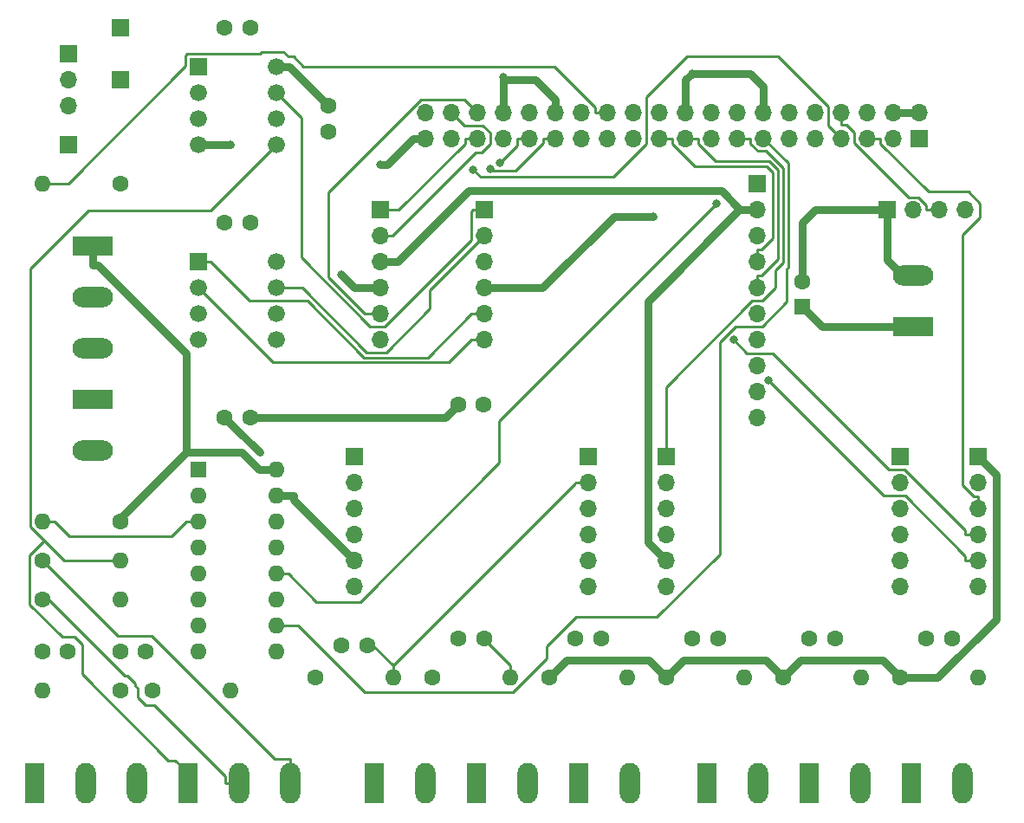
<source format=gbr>
G04 #@! TF.GenerationSoftware,KiCad,Pcbnew,(5.0.0-3-g5ebb6b6)*
G04 #@! TF.CreationDate,2018-09-26T10:49:06+01:00*
G04 #@! TF.ProjectId,rPIHeatingController,72504948656174696E67436F6E74726F,rev?*
G04 #@! TF.SameCoordinates,Original*
G04 #@! TF.FileFunction,Copper,L1,Top,Signal*
G04 #@! TF.FilePolarity,Positive*
%FSLAX46Y46*%
G04 Gerber Fmt 4.6, Leading zero omitted, Abs format (unit mm)*
G04 Created by KiCad (PCBNEW (5.0.0-3-g5ebb6b6)) date Wednesday, 26 September 2018 at 10:49:06*
%MOMM*%
%LPD*%
G01*
G04 APERTURE LIST*
G04 #@! TA.AperFunction,ComponentPad*
%ADD10R,1.700000X1.700000*%
G04 #@! TD*
G04 #@! TA.AperFunction,ComponentPad*
%ADD11R,1.600000X1.600000*%
G04 #@! TD*
G04 #@! TA.AperFunction,ComponentPad*
%ADD12C,1.600000*%
G04 #@! TD*
G04 #@! TA.AperFunction,ComponentPad*
%ADD13O,1.700000X1.700000*%
G04 #@! TD*
G04 #@! TA.AperFunction,ComponentPad*
%ADD14R,1.980000X3.960000*%
G04 #@! TD*
G04 #@! TA.AperFunction,ComponentPad*
%ADD15O,1.980000X3.960000*%
G04 #@! TD*
G04 #@! TA.AperFunction,ComponentPad*
%ADD16O,3.960000X1.980000*%
G04 #@! TD*
G04 #@! TA.AperFunction,ComponentPad*
%ADD17R,3.960000X1.980000*%
G04 #@! TD*
G04 #@! TA.AperFunction,ComponentPad*
%ADD18O,1.600000X1.600000*%
G04 #@! TD*
G04 #@! TA.AperFunction,ComponentPad*
%ADD19R,1.676400X1.676400*%
G04 #@! TD*
G04 #@! TA.AperFunction,ComponentPad*
%ADD20C,1.676400*%
G04 #@! TD*
G04 #@! TA.AperFunction,ViaPad*
%ADD21C,0.800000*%
G04 #@! TD*
G04 #@! TA.AperFunction,Conductor*
%ADD22C,0.750000*%
G04 #@! TD*
G04 #@! TA.AperFunction,Conductor*
%ADD23C,0.250000*%
G04 #@! TD*
G04 APERTURE END LIST*
D10*
G04 #@! TO.P,TP1,1*
G04 #@! TO.N,+3V3*
X104840000Y-60780000D03*
G04 #@! TD*
G04 #@! TO.P,TP3,1*
G04 #@! TO.N,+5V*
X104840000Y-55700000D03*
G04 #@! TD*
G04 #@! TO.P,TP2,1*
G04 #@! TO.N,GND*
X99760000Y-67130000D03*
G04 #@! TD*
D11*
G04 #@! TO.P,C13,1*
G04 #@! TO.N,+5V*
X171515000Y-82965000D03*
D12*
G04 #@! TO.P,C13,2*
G04 #@! TO.N,GND*
X171515000Y-80465000D03*
G04 #@! TD*
D10*
G04 #@! TO.P,J10,1*
G04 #@! TO.N,Net-(J10-Pad1)*
X182945000Y-66495000D03*
D13*
G04 #@! TO.P,J10,2*
G04 #@! TO.N,+5V*
X182945000Y-63955000D03*
G04 #@! TO.P,J10,3*
G04 #@! TO.N,RL1*
X180405000Y-66495000D03*
G04 #@! TO.P,J10,4*
G04 #@! TO.N,+5V*
X180405000Y-63955000D03*
G04 #@! TO.P,J10,5*
G04 #@! TO.N,RL2*
X177865000Y-66495000D03*
G04 #@! TO.P,J10,6*
G04 #@! TO.N,GND*
X177865000Y-63955000D03*
G04 #@! TO.P,J10,7*
G04 #@! TO.N,CFH1*
X175325000Y-66495000D03*
G04 #@! TO.P,J10,8*
G04 #@! TO.N,Net-(J10-Pad8)*
X175325000Y-63955000D03*
G04 #@! TO.P,J10,9*
G04 #@! TO.N,GND*
X172785000Y-66495000D03*
G04 #@! TO.P,J10,10*
G04 #@! TO.N,Net-(J10-Pad10)*
X172785000Y-63955000D03*
G04 #@! TO.P,J10,11*
G04 #@! TO.N,UD_3V*
X170245000Y-66495000D03*
G04 #@! TO.P,J10,12*
G04 #@! TO.N,ADC_CLK*
X170245000Y-63955000D03*
G04 #@! TO.P,J10,13*
G04 #@! TO.N,ADC_CS*
X167705000Y-66495000D03*
G04 #@! TO.P,J10,14*
G04 #@! TO.N,GND*
X167705000Y-63955000D03*
G04 #@! TO.P,J10,15*
G04 #@! TO.N,ZV1*
X165165000Y-66495000D03*
G04 #@! TO.P,J10,16*
G04 #@! TO.N,ZV2*
X165165000Y-63955000D03*
G04 #@! TO.P,J10,17*
G04 #@! TO.N,Net-(J10-Pad17)*
X162625000Y-66495000D03*
G04 #@! TO.P,J10,18*
G04 #@! TO.N,ZV3*
X162625000Y-63955000D03*
G04 #@! TO.P,J10,19*
G04 #@! TO.N,Net-(J10-Pad19)*
X160085000Y-66495000D03*
G04 #@! TO.P,J10,20*
G04 #@! TO.N,GND*
X160085000Y-63955000D03*
G04 #@! TO.P,J10,21*
G04 #@! TO.N,Net-(J10-Pad21)*
X157545000Y-66495000D03*
G04 #@! TO.P,J10,22*
G04 #@! TO.N,ADC_DOUT*
X157545000Y-63955000D03*
G04 #@! TO.P,J10,23*
G04 #@! TO.N,Net-(J10-Pad23)*
X155005000Y-66495000D03*
G04 #@! TO.P,J10,24*
G04 #@! TO.N,Net-(J10-Pad24)*
X155005000Y-63955000D03*
G04 #@! TO.P,J10,25*
G04 #@! TO.N,GND*
X152465000Y-66495000D03*
G04 #@! TO.P,J10,26*
G04 #@! TO.N,DS18B20*
X152465000Y-63955000D03*
G04 #@! TO.P,J10,27*
G04 #@! TO.N,Net-(J10-Pad27)*
X149925000Y-66495000D03*
G04 #@! TO.P,J10,28*
G04 #@! TO.N,Net-(J10-Pad28)*
X149925000Y-63955000D03*
G04 #@! TO.P,J10,29*
G04 #@! TO.N,CFH2*
X147385000Y-66495000D03*
G04 #@! TO.P,J10,30*
G04 #@! TO.N,GND*
X147385000Y-63955000D03*
G04 #@! TO.P,J10,31*
G04 #@! TO.N,CFH3*
X144845000Y-66495000D03*
G04 #@! TO.P,J10,32*
G04 #@! TO.N,RL3*
X144845000Y-63955000D03*
G04 #@! TO.P,J10,33*
G04 #@! TO.N,RL4*
X142305000Y-66495000D03*
G04 #@! TO.P,J10,34*
G04 #@! TO.N,GND*
X142305000Y-63955000D03*
G04 #@! TO.P,J10,35*
G04 #@! TO.N,CS1_3V*
X139765000Y-66495000D03*
G04 #@! TO.P,J10,36*
G04 #@! TO.N,INC_3V*
X139765000Y-63955000D03*
G04 #@! TO.P,J10,37*
G04 #@! TO.N,ADC_DIN*
X137225000Y-66495000D03*
G04 #@! TO.P,J10,38*
G04 #@! TO.N,CS2_3V*
X137225000Y-63955000D03*
G04 #@! TO.P,J10,39*
G04 #@! TO.N,GND*
X134685000Y-66495000D03*
G04 #@! TO.P,J10,40*
G04 #@! TO.N,Net-(J10-Pad40)*
X134685000Y-63955000D03*
G04 #@! TD*
D12*
G04 #@! TO.P,C1,2*
G04 #@! TO.N,GND*
X99720000Y-116660000D03*
G04 #@! TO.P,C1,1*
G04 #@! TO.N,ADC1*
X97220000Y-116660000D03*
G04 #@! TD*
G04 #@! TO.P,C2,1*
G04 #@! TO.N,ADC2*
X104840000Y-116660000D03*
G04 #@! TO.P,C2,2*
G04 #@! TO.N,GND*
X107340000Y-116660000D03*
G04 #@! TD*
G04 #@! TO.P,C3,2*
G04 #@! TO.N,GND*
X126470000Y-116025000D03*
G04 #@! TO.P,C3,1*
G04 #@! TO.N,Net-(C3-Pad1)*
X128970000Y-116025000D03*
G04 #@! TD*
G04 #@! TO.P,C4,1*
G04 #@! TO.N,Net-(C4-Pad1)*
X140400000Y-115390000D03*
G04 #@! TO.P,C4,2*
G04 #@! TO.N,GND*
X137900000Y-115390000D03*
G04 #@! TD*
G04 #@! TO.P,C5,2*
G04 #@! TO.N,GND*
X149330000Y-115390000D03*
G04 #@! TO.P,C5,1*
G04 #@! TO.N,Net-(C5-Pad1)*
X151830000Y-115390000D03*
G04 #@! TD*
G04 #@! TO.P,C6,1*
G04 #@! TO.N,Net-(C6-Pad1)*
X163260000Y-115390000D03*
G04 #@! TO.P,C6,2*
G04 #@! TO.N,GND*
X160760000Y-115390000D03*
G04 #@! TD*
G04 #@! TO.P,C7,1*
G04 #@! TO.N,Net-(C7-Pad1)*
X174690000Y-115390000D03*
G04 #@! TO.P,C7,2*
G04 #@! TO.N,GND*
X172190000Y-115390000D03*
G04 #@! TD*
G04 #@! TO.P,C8,2*
G04 #@! TO.N,GND*
X183620000Y-115390000D03*
G04 #@! TO.P,C8,1*
G04 #@! TO.N,Net-(C8-Pad1)*
X186120000Y-115390000D03*
G04 #@! TD*
G04 #@! TO.P,C9,1*
G04 #@! TO.N,+5V*
X117540000Y-93800000D03*
G04 #@! TO.P,C9,2*
G04 #@! TO.N,GND*
X115040000Y-93800000D03*
G04 #@! TD*
G04 #@! TO.P,C10,2*
G04 #@! TO.N,GND*
X115040000Y-74750000D03*
G04 #@! TO.P,C10,1*
G04 #@! TO.N,+5V*
X117540000Y-74750000D03*
G04 #@! TD*
G04 #@! TO.P,C11,1*
G04 #@! TO.N,+5V*
X125160000Y-63320000D03*
G04 #@! TO.P,C11,2*
G04 #@! TO.N,GND*
X125160000Y-65820000D03*
G04 #@! TD*
G04 #@! TO.P,C12,2*
G04 #@! TO.N,GND*
X140360000Y-92530000D03*
G04 #@! TO.P,C12,1*
G04 #@! TO.N,+5V*
X137860000Y-92530000D03*
G04 #@! TD*
G04 #@! TO.P,C14,2*
G04 #@! TO.N,GND*
X115040000Y-55700000D03*
G04 #@! TO.P,C14,1*
G04 #@! TO.N,+5V*
X117540000Y-55700000D03*
G04 #@! TD*
D14*
G04 #@! TO.P,J1,1*
G04 #@! TO.N,ADC1*
X96465000Y-129520000D03*
D15*
G04 #@! TO.P,J1,2*
G04 #@! TO.N,ADC2*
X101465000Y-129520000D03*
G04 #@! TO.P,J1,3*
G04 #@! TO.N,GND*
X106465000Y-129520000D03*
G04 #@! TD*
G04 #@! TO.P,J2,3*
G04 #@! TO.N,Net-(J2-Pad3)*
X121465000Y-129520000D03*
G04 #@! TO.P,J2,2*
G04 #@! TO.N,Net-(J2-Pad2)*
X116465000Y-129520000D03*
D14*
G04 #@! TO.P,J2,1*
G04 #@! TO.N,Net-(J2-Pad1)*
X111465000Y-129520000D03*
G04 #@! TD*
D15*
G04 #@! TO.P,J3,2*
G04 #@! TO.N,Net-(C3-Pad1)*
X134640000Y-129520000D03*
D14*
G04 #@! TO.P,J3,1*
G04 #@! TO.N,GND*
X129640000Y-129520000D03*
G04 #@! TD*
G04 #@! TO.P,J4,1*
G04 #@! TO.N,GND*
X139640000Y-129520000D03*
D15*
G04 #@! TO.P,J4,2*
G04 #@! TO.N,Net-(C4-Pad1)*
X144640000Y-129520000D03*
G04 #@! TD*
G04 #@! TO.P,J5,2*
G04 #@! TO.N,Net-(C5-Pad1)*
X154640000Y-129520000D03*
D14*
G04 #@! TO.P,J5,1*
G04 #@! TO.N,GND*
X149640000Y-129520000D03*
G04 #@! TD*
D10*
G04 #@! TO.P,J6,1*
G04 #@! TO.N,CS1_5V*
X140400000Y-73480000D03*
D13*
G04 #@! TO.P,J6,2*
G04 #@! TO.N,CS2_5V*
X140400000Y-76020000D03*
G04 #@! TO.P,J6,3*
G04 #@! TO.N,+5V*
X140400000Y-78560000D03*
G04 #@! TO.P,J6,4*
G04 #@! TO.N,GND*
X140400000Y-81100000D03*
G04 #@! TO.P,J6,5*
G04 #@! TO.N,INC_5V*
X140400000Y-83640000D03*
G04 #@! TO.P,J6,6*
G04 #@! TO.N,UD_5V*
X140400000Y-86180000D03*
G04 #@! TD*
D10*
G04 #@! TO.P,J7,1*
G04 #@! TO.N,Net-(J7-Pad1)*
X150560000Y-97610000D03*
D13*
G04 #@! TO.P,J7,2*
G04 #@! TO.N,Net-(C3-Pad1)*
X150560000Y-100150000D03*
G04 #@! TO.P,J7,3*
G04 #@! TO.N,Net-(C4-Pad1)*
X150560000Y-102690000D03*
G04 #@! TO.P,J7,4*
G04 #@! TO.N,Net-(C5-Pad1)*
X150560000Y-105230000D03*
G04 #@! TO.P,J7,5*
G04 #@! TO.N,Net-(J7-Pad5)*
X150560000Y-107770000D03*
G04 #@! TO.P,J7,6*
G04 #@! TO.N,GND*
X150560000Y-110310000D03*
G04 #@! TD*
G04 #@! TO.P,J8,6*
G04 #@! TO.N,UD_3V*
X130240000Y-86180000D03*
G04 #@! TO.P,J8,5*
G04 #@! TO.N,INC_3V*
X130240000Y-83640000D03*
G04 #@! TO.P,J8,4*
G04 #@! TO.N,GND*
X130240000Y-81100000D03*
G04 #@! TO.P,J8,3*
G04 #@! TO.N,+3V3*
X130240000Y-78560000D03*
G04 #@! TO.P,J8,2*
G04 #@! TO.N,CS2_3V*
X130240000Y-76020000D03*
D10*
G04 #@! TO.P,J8,1*
G04 #@! TO.N,CS1_3V*
X130240000Y-73480000D03*
G04 #@! TD*
D13*
G04 #@! TO.P,J9,6*
G04 #@! TO.N,GND*
X127700000Y-110310000D03*
G04 #@! TO.P,J9,5*
G04 #@! TO.N,+3V3*
X127700000Y-107770000D03*
G04 #@! TO.P,J9,4*
G04 #@! TO.N,Net-(J9-Pad4)*
X127700000Y-105230000D03*
G04 #@! TO.P,J9,3*
G04 #@! TO.N,CFH3*
X127700000Y-102690000D03*
G04 #@! TO.P,J9,2*
G04 #@! TO.N,CFH2*
X127700000Y-100150000D03*
D10*
G04 #@! TO.P,J9,1*
G04 #@! TO.N,CFH1*
X127700000Y-97610000D03*
G04 #@! TD*
D14*
G04 #@! TO.P,J11,1*
G04 #@! TO.N,GND*
X162180000Y-129520000D03*
D15*
G04 #@! TO.P,J11,2*
G04 #@! TO.N,Net-(C6-Pad1)*
X167180000Y-129520000D03*
G04 #@! TD*
G04 #@! TO.P,J12,2*
G04 #@! TO.N,Net-(C7-Pad1)*
X177180000Y-129520000D03*
D14*
G04 #@! TO.P,J12,1*
G04 #@! TO.N,GND*
X172180000Y-129520000D03*
G04 #@! TD*
G04 #@! TO.P,J13,1*
G04 #@! TO.N,GND*
X182180000Y-129520000D03*
D15*
G04 #@! TO.P,J13,2*
G04 #@! TO.N,Net-(C8-Pad1)*
X187180000Y-129520000D03*
G04 #@! TD*
D13*
G04 #@! TO.P,J14,6*
G04 #@! TO.N,GND*
X181040000Y-110310000D03*
G04 #@! TO.P,J14,5*
G04 #@! TO.N,Net-(J14-Pad5)*
X181040000Y-107770000D03*
G04 #@! TO.P,J14,4*
G04 #@! TO.N,Net-(C8-Pad1)*
X181040000Y-105230000D03*
G04 #@! TO.P,J14,3*
G04 #@! TO.N,Net-(C7-Pad1)*
X181040000Y-102690000D03*
G04 #@! TO.P,J14,2*
G04 #@! TO.N,Net-(C6-Pad1)*
X181040000Y-100150000D03*
D10*
G04 #@! TO.P,J14,1*
G04 #@! TO.N,Net-(J14-Pad1)*
X181040000Y-97610000D03*
G04 #@! TD*
D16*
G04 #@! TO.P,J15,3*
G04 #@! TO.N,GND*
X102140000Y-87020000D03*
G04 #@! TO.P,J15,2*
G04 #@! TO.N,DS18B20*
X102140000Y-82020000D03*
D17*
G04 #@! TO.P,J15,1*
G04 #@! TO.N,+3V3*
X102140000Y-77020000D03*
G04 #@! TD*
D10*
G04 #@! TO.P,J16,1*
G04 #@! TO.N,ZV1*
X158180000Y-97610000D03*
D13*
G04 #@! TO.P,J16,2*
G04 #@! TO.N,ZV2*
X158180000Y-100150000D03*
G04 #@! TO.P,J16,3*
G04 #@! TO.N,ZV3*
X158180000Y-102690000D03*
G04 #@! TO.P,J16,4*
G04 #@! TO.N,Net-(J16-Pad4)*
X158180000Y-105230000D03*
G04 #@! TO.P,J16,5*
G04 #@! TO.N,+3V3*
X158180000Y-107770000D03*
G04 #@! TO.P,J16,6*
G04 #@! TO.N,GND*
X158180000Y-110310000D03*
G04 #@! TD*
D17*
G04 #@! TO.P,J17,1*
G04 #@! TO.N,+5V*
X182310000Y-84910000D03*
D16*
G04 #@! TO.P,J17,2*
G04 #@! TO.N,GND*
X182310000Y-79910000D03*
G04 #@! TD*
D13*
G04 #@! TO.P,J18,6*
G04 #@! TO.N,GND*
X188660000Y-110310000D03*
G04 #@! TO.P,J18,5*
G04 #@! TO.N,RL4*
X188660000Y-107770000D03*
G04 #@! TO.P,J18,4*
G04 #@! TO.N,RL3*
X188660000Y-105230000D03*
G04 #@! TO.P,J18,3*
G04 #@! TO.N,RL2*
X188660000Y-102690000D03*
G04 #@! TO.P,J18,2*
G04 #@! TO.N,RL1*
X188660000Y-100150000D03*
D10*
G04 #@! TO.P,J18,1*
G04 #@! TO.N,+5V*
X188660000Y-97610000D03*
G04 #@! TD*
D16*
G04 #@! TO.P,J19,2*
G04 #@! TO.N,ADC3*
X102140000Y-97020000D03*
D17*
G04 #@! TO.P,J19,1*
G04 #@! TO.N,GND*
X102140000Y-92020000D03*
G04 #@! TD*
D18*
G04 #@! TO.P,R1,2*
G04 #@! TO.N,Net-(C3-Pad1)*
X131510000Y-119200000D03*
D12*
G04 #@! TO.P,R1,1*
G04 #@! TO.N,+5V*
X123890000Y-119200000D03*
G04 #@! TD*
D18*
G04 #@! TO.P,R2,2*
G04 #@! TO.N,Net-(C4-Pad1)*
X142940000Y-119200000D03*
D12*
G04 #@! TO.P,R2,1*
G04 #@! TO.N,+5V*
X135320000Y-119200000D03*
G04 #@! TD*
D18*
G04 #@! TO.P,R3,2*
G04 #@! TO.N,Net-(C5-Pad1)*
X154370000Y-119200000D03*
D12*
G04 #@! TO.P,R3,1*
G04 #@! TO.N,+5V*
X146750000Y-119200000D03*
G04 #@! TD*
G04 #@! TO.P,R4,1*
G04 #@! TO.N,+5V*
X158180000Y-119200000D03*
D18*
G04 #@! TO.P,R4,2*
G04 #@! TO.N,Net-(C6-Pad1)*
X165800000Y-119200000D03*
G04 #@! TD*
G04 #@! TO.P,R5,2*
G04 #@! TO.N,Net-(C7-Pad1)*
X177230000Y-119200000D03*
D12*
G04 #@! TO.P,R5,1*
G04 #@! TO.N,+5V*
X169610000Y-119200000D03*
G04 #@! TD*
G04 #@! TO.P,R6,1*
G04 #@! TO.N,+5V*
X181040000Y-119200000D03*
D18*
G04 #@! TO.P,R6,2*
G04 #@! TO.N,Net-(C8-Pad1)*
X188660000Y-119200000D03*
G04 #@! TD*
D12*
G04 #@! TO.P,R7,1*
G04 #@! TO.N,+3V3*
X104840000Y-70940000D03*
D18*
G04 #@! TO.P,R7,2*
G04 #@! TO.N,DS18B20*
X97220000Y-70940000D03*
G04 #@! TD*
D12*
G04 #@! TO.P,R8,1*
G04 #@! TO.N,+3V3*
X104840000Y-103960000D03*
D18*
G04 #@! TO.P,R8,2*
G04 #@! TO.N,ADC3*
X97220000Y-103960000D03*
G04 #@! TD*
D19*
G04 #@! TO.P,U1,1*
G04 #@! TO.N,INC_5V*
X112460000Y-59510000D03*
D20*
G04 #@! TO.P,U1,2*
G04 #@! TO.N,UD_5V*
X112460000Y-62050000D03*
G04 #@! TO.P,U1,3*
G04 #@! TO.N,Net-(U1-Pad3)*
X112460000Y-64590000D03*
G04 #@! TO.P,U1,4*
G04 #@! TO.N,GND*
X112460000Y-67130000D03*
G04 #@! TO.P,U1,5*
G04 #@! TO.N,Net-(J2-Pad1)*
X120080000Y-67130000D03*
G04 #@! TO.P,U1,6*
G04 #@! TO.N,Net-(J2-Pad3)*
X120080000Y-64590000D03*
G04 #@! TO.P,U1,7*
G04 #@! TO.N,CS1_5V*
X120080000Y-62050000D03*
G04 #@! TO.P,U1,8*
G04 #@! TO.N,+5V*
X120080000Y-59510000D03*
G04 #@! TD*
G04 #@! TO.P,U2,8*
G04 #@! TO.N,+5V*
X120080000Y-78560000D03*
G04 #@! TO.P,U2,7*
G04 #@! TO.N,CS2_5V*
X120080000Y-81100000D03*
G04 #@! TO.P,U2,6*
G04 #@! TO.N,Net-(J2-Pad3)*
X120080000Y-83640000D03*
G04 #@! TO.P,U2,5*
G04 #@! TO.N,Net-(R10-Pad2)*
X120080000Y-86180000D03*
G04 #@! TO.P,U2,4*
G04 #@! TO.N,GND*
X112460000Y-86180000D03*
G04 #@! TO.P,U2,3*
G04 #@! TO.N,Net-(U2-Pad3)*
X112460000Y-83640000D03*
G04 #@! TO.P,U2,2*
G04 #@! TO.N,UD_5V*
X112460000Y-81100000D03*
D19*
G04 #@! TO.P,U2,1*
G04 #@! TO.N,INC_5V*
X112460000Y-78560000D03*
G04 #@! TD*
D18*
G04 #@! TO.P,U3,16*
G04 #@! TO.N,+3V3*
X120080000Y-98880000D03*
G04 #@! TO.P,U3,8*
G04 #@! TO.N,Net-(U3-Pad8)*
X112460000Y-116660000D03*
G04 #@! TO.P,U3,15*
G04 #@! TO.N,+3V3*
X120080000Y-101420000D03*
G04 #@! TO.P,U3,7*
G04 #@! TO.N,Net-(U3-Pad7)*
X112460000Y-114120000D03*
G04 #@! TO.P,U3,14*
G04 #@! TO.N,GND*
X120080000Y-103960000D03*
G04 #@! TO.P,U3,6*
G04 #@! TO.N,Net-(U3-Pad6)*
X112460000Y-111580000D03*
G04 #@! TO.P,U3,13*
G04 #@! TO.N,ADC_CLK*
X120080000Y-106500000D03*
G04 #@! TO.P,U3,5*
G04 #@! TO.N,Net-(U3-Pad5)*
X112460000Y-109040000D03*
G04 #@! TO.P,U3,12*
G04 #@! TO.N,ADC_DOUT*
X120080000Y-109040000D03*
G04 #@! TO.P,U3,4*
G04 #@! TO.N,Net-(U3-Pad4)*
X112460000Y-106500000D03*
G04 #@! TO.P,U3,11*
G04 #@! TO.N,ADC_DIN*
X120080000Y-111580000D03*
G04 #@! TO.P,U3,3*
G04 #@! TO.N,ADC3*
X112460000Y-103960000D03*
G04 #@! TO.P,U3,10*
G04 #@! TO.N,ADC_CS*
X120080000Y-114120000D03*
G04 #@! TO.P,U3,2*
G04 #@! TO.N,ADC2*
X112460000Y-101420000D03*
G04 #@! TO.P,U3,9*
G04 #@! TO.N,GND*
X120080000Y-116660000D03*
D11*
G04 #@! TO.P,U3,1*
G04 #@! TO.N,ADC1*
X112460000Y-98880000D03*
G04 #@! TD*
D13*
G04 #@! TO.P,J21,4*
G04 #@! TO.N,+5V*
X187390000Y-73480000D03*
G04 #@! TO.P,J21,3*
G04 #@! TO.N,Net-(J10-Pad8)*
X184850000Y-73480000D03*
G04 #@! TO.P,J21,2*
G04 #@! TO.N,Net-(J10-Pad10)*
X182310000Y-73480000D03*
D10*
G04 #@! TO.P,J21,1*
G04 #@! TO.N,GND*
X179770000Y-73480000D03*
G04 #@! TD*
D13*
G04 #@! TO.P,J20,10*
G04 #@! TO.N,GND*
X167070000Y-93800000D03*
G04 #@! TO.P,J20,9*
G04 #@! TO.N,Net-(J10-Pad40)*
X167070000Y-91260000D03*
G04 #@! TO.P,J20,8*
G04 #@! TO.N,Net-(J10-Pad28)*
X167070000Y-88720000D03*
G04 #@! TO.P,J20,7*
G04 #@! TO.N,Net-(J10-Pad27)*
X167070000Y-86180000D03*
G04 #@! TO.P,J20,6*
G04 #@! TO.N,Net-(J10-Pad23)*
X167070000Y-83640000D03*
G04 #@! TO.P,J20,5*
G04 #@! TO.N,Net-(J10-Pad19)*
X167070000Y-81100000D03*
G04 #@! TO.P,J20,4*
G04 #@! TO.N,Net-(J10-Pad21)*
X167070000Y-78560000D03*
G04 #@! TO.P,J20,3*
G04 #@! TO.N,Net-(J10-Pad24)*
X167070000Y-76020000D03*
G04 #@! TO.P,J20,2*
G04 #@! TO.N,+3V3*
X167070000Y-73480000D03*
D10*
G04 #@! TO.P,J20,1*
G04 #@! TO.N,+5V*
X167070000Y-70940000D03*
G04 #@! TD*
D13*
G04 #@! TO.P,J22,3*
G04 #@! TO.N,GND*
X99760000Y-63320000D03*
G04 #@! TO.P,J22,2*
G04 #@! TO.N,+3V3*
X99760000Y-60780000D03*
D10*
G04 #@! TO.P,J22,1*
G04 #@! TO.N,+5V*
X99760000Y-58240000D03*
G04 #@! TD*
D18*
G04 #@! TO.P,R9,2*
G04 #@! TO.N,Net-(J2-Pad1)*
X104840000Y-107770000D03*
D12*
G04 #@! TO.P,R9,1*
G04 #@! TO.N,Net-(J2-Pad3)*
X97220000Y-107770000D03*
G04 #@! TD*
G04 #@! TO.P,R10,1*
G04 #@! TO.N,Net-(J2-Pad2)*
X97220000Y-111580000D03*
D18*
G04 #@! TO.P,R10,2*
G04 #@! TO.N,Net-(R10-Pad2)*
X104840000Y-111580000D03*
G04 #@! TD*
D12*
G04 #@! TO.P,R11,1*
G04 #@! TO.N,+3V3*
X104840000Y-120470000D03*
D18*
G04 #@! TO.P,R11,2*
G04 #@! TO.N,ADC1*
X97220000Y-120470000D03*
G04 #@! TD*
G04 #@! TO.P,R12,2*
G04 #@! TO.N,ADC2*
X115635000Y-120470000D03*
D12*
G04 #@! TO.P,R12,1*
G04 #@! TO.N,+3V3*
X108015000Y-120470000D03*
G04 #@! TD*
D21*
G04 #@! TO.N,GND*
X130240000Y-69035000D03*
X156910000Y-74115000D03*
X160720014Y-60145000D03*
X115635000Y-67130000D03*
X126430000Y-79830000D03*
X142305000Y-60535010D03*
X118493912Y-97166088D03*
G04 #@! TO.N,CFH3*
X141921200Y-68905400D03*
G04 #@! TO.N,CFH2*
X140976200Y-69496400D03*
G04 #@! TO.N,CFH1*
X139361100Y-69567300D03*
G04 #@! TO.N,RL4*
X168182100Y-90176700D03*
G04 #@! TO.N,RL3*
X164803400Y-86191100D03*
G04 #@! TO.N,ADC_DOUT*
X163096200Y-72919700D03*
G04 #@! TD*
D22*
G04 #@! TO.N,GND*
X145412081Y-60780000D02*
X142305000Y-60780000D01*
X147385000Y-63955000D02*
X147385000Y-62752919D01*
X147385000Y-62752919D02*
X145412081Y-60780000D01*
X142305000Y-63955000D02*
X142305000Y-60780000D01*
X133482919Y-66495000D02*
X130942919Y-69035000D01*
X134685000Y-66495000D02*
X133482919Y-66495000D01*
X130942919Y-69035000D02*
X130240000Y-69035000D01*
X156910000Y-74115000D02*
X153100000Y-74115000D01*
X146115000Y-81100000D02*
X140400000Y-81100000D01*
X153100000Y-74115000D02*
X146115000Y-81100000D01*
X171515000Y-80465000D02*
X171515000Y-74750000D01*
X172785000Y-73480000D02*
X179770000Y-73480000D01*
X171515000Y-74750000D02*
X172785000Y-73480000D01*
X181320000Y-79910000D02*
X182310000Y-79910000D01*
X179770000Y-78360000D02*
X181320000Y-79910000D01*
X179770000Y-73480000D02*
X179770000Y-78360000D01*
X160085000Y-60780014D02*
X160720014Y-60145000D01*
X160085000Y-63955000D02*
X160085000Y-60780014D01*
X166435000Y-60145000D02*
X160720014Y-60145000D01*
X167705000Y-61415000D02*
X166435000Y-60145000D01*
X167705000Y-63955000D02*
X167705000Y-61415000D01*
X112460000Y-67130000D02*
X115635000Y-67130000D01*
X127700000Y-81100000D02*
X126430000Y-79830000D01*
X130240000Y-81100000D02*
X127700000Y-81100000D01*
X142305000Y-60780000D02*
X142305000Y-60535010D01*
X115892479Y-94599999D02*
X118458568Y-97166088D01*
X115839999Y-94599999D02*
X115892479Y-94599999D01*
X115040000Y-93800000D02*
X115839999Y-94599999D01*
X118458568Y-97166088D02*
X118493912Y-97166088D01*
D23*
G04 #@! TO.N,Net-(C3-Pad1)*
X150560000Y-100150000D02*
X149334700Y-100150000D01*
X149334700Y-100150000D02*
X149334700Y-100200000D01*
X149334700Y-100200000D02*
X131510000Y-118024700D01*
X131510000Y-118024700D02*
X129510300Y-116025000D01*
X129510300Y-116025000D02*
X128970000Y-116025000D01*
X131510000Y-119200000D02*
X131510000Y-118024700D01*
G04 #@! TO.N,Net-(C4-Pad1)*
X142940000Y-119200000D02*
X142940000Y-118024700D01*
X142940000Y-118024700D02*
X140400000Y-115484700D01*
X140400000Y-115484700D02*
X140400000Y-115390000D01*
D22*
G04 #@! TO.N,+5V*
X169610000Y-119200000D02*
X171285400Y-117524600D01*
X171285400Y-117524600D02*
X179364600Y-117524600D01*
X179364600Y-117524600D02*
X181040000Y-119200000D01*
X158180000Y-119200000D02*
X159856000Y-117524000D01*
X159856000Y-117524000D02*
X167934000Y-117524000D01*
X167934000Y-117524000D02*
X169610000Y-119200000D01*
X146750000Y-119200000D02*
X148430200Y-117519800D01*
X148430200Y-117519800D02*
X156499800Y-117519800D01*
X156499800Y-117519800D02*
X158180000Y-119200000D01*
X120080000Y-59510000D02*
X121350000Y-59510000D01*
X121350000Y-59510000D02*
X125160000Y-63320000D01*
X182310000Y-84910000D02*
X173460000Y-84910000D01*
X173460000Y-84910000D02*
X171515000Y-82965000D01*
X117540000Y-93800000D02*
X136590000Y-93800000D01*
X136590000Y-93800000D02*
X137860000Y-92530000D01*
X180405000Y-63955000D02*
X182945000Y-63955000D01*
X181040000Y-119200000D02*
X184700000Y-119200000D01*
X184700000Y-119200000D02*
X190420300Y-113479700D01*
X190420300Y-113479700D02*
X190420300Y-99370300D01*
X190420300Y-99370300D02*
X188660000Y-97610000D01*
D23*
G04 #@! TO.N,Net-(J2-Pad3)*
X121465000Y-129520000D02*
X121465000Y-127164700D01*
X97220000Y-107770000D02*
X104605000Y-115155000D01*
X104605000Y-115155000D02*
X107913300Y-115155000D01*
X107913300Y-115155000D02*
X119923000Y-127164700D01*
X119923000Y-127164700D02*
X121465000Y-127164700D01*
G04 #@! TO.N,Net-(J2-Pad2)*
X115099700Y-129520000D02*
X116465000Y-129520000D01*
X115099700Y-128824700D02*
X115099700Y-129520000D01*
X106589999Y-121154001D02*
X107330999Y-121895001D01*
X106589999Y-120314999D02*
X106589999Y-121154001D01*
X107330999Y-121895001D02*
X108170001Y-121895001D01*
X106265001Y-119990001D02*
X106589999Y-120314999D01*
X106265001Y-119785999D02*
X106265001Y-119990001D01*
X105319999Y-119044999D02*
X105524001Y-119044999D01*
X97220000Y-111580000D02*
X97855000Y-111580000D01*
X108170001Y-121895001D02*
X115099700Y-128824700D01*
X97855000Y-111580000D02*
X105319999Y-119044999D01*
X105524001Y-119044999D02*
X106265001Y-119785999D01*
G04 #@! TO.N,Net-(J2-Pad1)*
X97395600Y-105848400D02*
X99317100Y-107770000D01*
X99317100Y-107770000D02*
X104840000Y-107770000D01*
X120080000Y-67130000D02*
X113669200Y-73540800D01*
X113669200Y-73540800D02*
X101743100Y-73540800D01*
X101743100Y-73540800D02*
X96032700Y-79251200D01*
X96032700Y-79251200D02*
X96032700Y-104485600D01*
X96032700Y-104485600D02*
X97395600Y-105848400D01*
X101145001Y-118884003D02*
X109550998Y-127290000D01*
X111465000Y-128530000D02*
X111465000Y-129520000D01*
X100404001Y-115234999D02*
X101145001Y-115975999D01*
X96009900Y-107234100D02*
X96009900Y-112063900D01*
X109550998Y-127290000D02*
X110225000Y-127290000D01*
X96009900Y-112063900D02*
X99180999Y-115234999D01*
X97395600Y-105848400D02*
X96009900Y-107234100D01*
X99180999Y-115234999D02*
X100404001Y-115234999D01*
X110225000Y-127290000D02*
X111465000Y-128530000D01*
X101145001Y-115975999D02*
X101145001Y-118884003D01*
G04 #@! TO.N,CS1_5V*
X129285874Y-84910000D02*
X130704100Y-84910000D01*
X130704100Y-84910000D02*
X139174700Y-76439400D01*
X120080000Y-62050000D02*
X122514500Y-64484500D01*
X139174700Y-76439400D02*
X139174700Y-73605300D01*
X122514500Y-78138626D02*
X129285874Y-84910000D01*
X122514500Y-64484500D02*
X122514500Y-78138626D01*
X139174700Y-73605300D02*
X139300000Y-73480000D01*
X139300000Y-73480000D02*
X140400000Y-73480000D01*
G04 #@! TO.N,CS2_5V*
X120080000Y-81100000D02*
X122618700Y-81100000D01*
X122618700Y-81100000D02*
X128928300Y-87409600D01*
X128928300Y-87409600D02*
X130810500Y-87409600D01*
X130810500Y-87409600D02*
X135062300Y-83157800D01*
X135062300Y-83157800D02*
X135062300Y-81357700D01*
X135062300Y-81357700D02*
X140400000Y-76020000D01*
D22*
G04 #@! TO.N,+3V3*
X165344700Y-73480000D02*
X165344700Y-73364700D01*
X165344700Y-73364700D02*
X163612700Y-71632700D01*
X163612700Y-71632700D02*
X138892600Y-71632700D01*
X138892600Y-71632700D02*
X131965300Y-78560000D01*
X165344700Y-73480000D02*
X156404100Y-82420600D01*
X156404100Y-82420600D02*
X156404100Y-105994100D01*
X156404100Y-105994100D02*
X158180000Y-107770000D01*
X111270800Y-97178200D02*
X116702900Y-97178200D01*
X116702900Y-97178200D02*
X118404700Y-98880000D01*
X104840000Y-103960000D02*
X104840000Y-103609000D01*
X104840000Y-103609000D02*
X111270800Y-97178200D01*
X111270800Y-97178200D02*
X111270800Y-87506100D01*
X111270800Y-87506100D02*
X102650000Y-78885300D01*
X102650000Y-78885300D02*
X102140000Y-78885300D01*
X102140000Y-77020000D02*
X102140000Y-78885300D01*
X120080000Y-98880000D02*
X118404700Y-98880000D01*
X120080000Y-101420000D02*
X121755300Y-101420000D01*
X121755300Y-101420000D02*
X121755300Y-101825300D01*
X121755300Y-101825300D02*
X127700000Y-107770000D01*
X167070000Y-73480000D02*
X165344700Y-73480000D01*
X130240000Y-78560000D02*
X131965300Y-78560000D01*
D23*
G04 #@! TO.N,INC_5V*
X113673500Y-78560000D02*
X117483500Y-82370000D01*
X117483500Y-82370000D02*
X123138300Y-82370000D01*
X123138300Y-82370000D02*
X128678200Y-87909900D01*
X128678200Y-87909900D02*
X134904800Y-87909900D01*
X134904800Y-87909900D02*
X139174700Y-83640000D01*
X140400000Y-83640000D02*
X139174700Y-83640000D01*
X112460000Y-78560000D02*
X113673500Y-78560000D01*
G04 #@! TO.N,UD_5V*
X112460000Y-81100000D02*
X119770200Y-88410200D01*
X119770200Y-88410200D02*
X136944500Y-88410200D01*
X136944500Y-88410200D02*
X139174700Y-86180000D01*
X140400000Y-86180000D02*
X139174700Y-86180000D01*
G04 #@! TO.N,INC_3V*
X134202900Y-62701000D02*
X138511000Y-62701000D01*
X125160000Y-71743900D02*
X134202900Y-62701000D01*
X125160000Y-80077004D02*
X125160000Y-71743900D01*
X138511000Y-62701000D02*
X138915001Y-63105001D01*
X128722996Y-83640000D02*
X125160000Y-80077004D01*
X138915001Y-63105001D02*
X139765000Y-63955000D01*
X130240000Y-83640000D02*
X128722996Y-83640000D01*
G04 #@! TO.N,CS2_3V*
X130240000Y-76020000D02*
X131465300Y-76020000D01*
X131465300Y-76020000D02*
X139592400Y-67892900D01*
X139592400Y-67892900D02*
X140171100Y-67892900D01*
X140171100Y-67892900D02*
X140990400Y-67073600D01*
X140990400Y-67073600D02*
X140990400Y-65978500D01*
X140990400Y-65978500D02*
X140236900Y-65225000D01*
X140236900Y-65225000D02*
X138495000Y-65225000D01*
X138495000Y-65225000D02*
X137225000Y-63955000D01*
G04 #@! TO.N,CS1_3V*
X138539700Y-66495000D02*
X138539700Y-67002800D01*
X138539700Y-67002800D02*
X132062500Y-73480000D01*
X132062500Y-73480000D02*
X130240000Y-73480000D01*
X139765000Y-66495000D02*
X138539700Y-66495000D01*
G04 #@! TO.N,CFH3*
X143619700Y-66495000D02*
X143619700Y-67206900D01*
X143619700Y-67206900D02*
X141921200Y-68905400D01*
X144845000Y-66495000D02*
X143619700Y-66495000D01*
G04 #@! TO.N,CFH2*
X140976200Y-69496400D02*
X141167800Y-69688000D01*
X141167800Y-69688000D02*
X143450800Y-69688000D01*
X143450800Y-69688000D02*
X146159700Y-66979100D01*
X146159700Y-66979100D02*
X146159700Y-66495000D01*
X147385000Y-66495000D02*
X146159700Y-66495000D01*
G04 #@! TO.N,CFH1*
X161212013Y-58484999D02*
X169130899Y-58484999D01*
X174475001Y-65645001D02*
X175325000Y-66495000D01*
X174055000Y-63409100D02*
X174055000Y-65225000D01*
X160227998Y-58484988D02*
X161212002Y-58484988D01*
X153006000Y-70271800D02*
X156275000Y-67002800D01*
X161212002Y-58484988D02*
X161212013Y-58484999D01*
X139361100Y-69567300D02*
X140065600Y-70271800D01*
X156275000Y-62437986D02*
X160227998Y-58484988D01*
X169130899Y-58484999D02*
X174055000Y-63409100D01*
X174055000Y-65225000D02*
X174475001Y-65645001D01*
X156275000Y-67002800D02*
X156275000Y-62437986D01*
X140065600Y-70271800D02*
X153006000Y-70271800D01*
G04 #@! TO.N,RL4*
X188660000Y-107770000D02*
X187434700Y-107770000D01*
X187434700Y-107770000D02*
X187434700Y-107310500D01*
X187434700Y-107310500D02*
X181544200Y-101420000D01*
X181544200Y-101420000D02*
X179425400Y-101420000D01*
X179425400Y-101420000D02*
X168182100Y-90176700D01*
G04 #@! TO.N,RL3*
X188660000Y-105230000D02*
X187434700Y-105230000D01*
X187434700Y-105230000D02*
X187434700Y-104770500D01*
X187434700Y-104770500D02*
X181499600Y-98835400D01*
X181499600Y-98835400D02*
X179959600Y-98835400D01*
X179959600Y-98835400D02*
X168618800Y-87494600D01*
X168618800Y-87494600D02*
X166106900Y-87494600D01*
X166106900Y-87494600D02*
X164803400Y-86191100D01*
G04 #@! TO.N,DS18B20*
X111378598Y-58240000D02*
X113655000Y-58240000D01*
X111246799Y-58371799D02*
X111378598Y-58240000D01*
X111246799Y-59453201D02*
X111246799Y-58371799D01*
X99760000Y-70940000D02*
X111246799Y-59453201D01*
X97220000Y-70940000D02*
X99760000Y-70940000D01*
X151239700Y-63447200D02*
X151239700Y-63955000D01*
X147302500Y-59510000D02*
X151239700Y-63447200D01*
X122764227Y-59510000D02*
X147302500Y-59510000D01*
X151239700Y-63955000D02*
X152465000Y-63955000D01*
X121764217Y-58509990D02*
X122764227Y-59510000D01*
X120782337Y-58046799D02*
X121245528Y-58509990D01*
X121245528Y-58509990D02*
X121764217Y-58509990D01*
X118616799Y-58046799D02*
X120782337Y-58046799D01*
X118616799Y-58240000D02*
X118616799Y-58046799D01*
X113673201Y-58240000D02*
X118616799Y-58240000D01*
G04 #@! TO.N,ADC_DOUT*
X120080000Y-109040000D02*
X121255300Y-109040000D01*
X121255300Y-109040000D02*
X124010600Y-111795300D01*
X124010600Y-111795300D02*
X128302500Y-111795300D01*
X128302500Y-111795300D02*
X141875400Y-98222400D01*
X141875400Y-98222400D02*
X141875400Y-94140500D01*
X141875400Y-94140500D02*
X163096200Y-72919700D01*
G04 #@! TO.N,Net-(J10-Pad21)*
X158770300Y-66495000D02*
X158770300Y-67002800D01*
X158770300Y-67002800D02*
X161018100Y-69250600D01*
X161018100Y-69250600D02*
X168036600Y-69250600D01*
X168036600Y-69250600D02*
X168599000Y-69813000D01*
X168599000Y-69813000D02*
X168599000Y-76265200D01*
X168599000Y-76265200D02*
X167529500Y-77334700D01*
X167529500Y-77334700D02*
X167070000Y-77334700D01*
X157545000Y-66495000D02*
X158770300Y-66495000D01*
X167070000Y-78560000D02*
X167070000Y-77334700D01*
G04 #@! TO.N,Net-(J10-Pad19)*
X161310300Y-66495000D02*
X161310300Y-67002800D01*
X161310300Y-67002800D02*
X163057700Y-68750200D01*
X163057700Y-68750200D02*
X168244000Y-68750200D01*
X168244000Y-68750200D02*
X169100600Y-69606800D01*
X169100600Y-69606800D02*
X169100600Y-78303600D01*
X169100600Y-78303600D02*
X167529500Y-79874700D01*
X167529500Y-79874700D02*
X167070000Y-79874700D01*
X160085000Y-66495000D02*
X161310300Y-66495000D01*
X167070000Y-81100000D02*
X167070000Y-79874700D01*
G04 #@! TO.N,ZV1*
X166390300Y-66495000D02*
X166390300Y-67002800D01*
X166390300Y-67002800D02*
X167137100Y-67749600D01*
X167137100Y-67749600D02*
X167951100Y-67749600D01*
X167951100Y-67749600D02*
X169601900Y-69400400D01*
X169601900Y-69400400D02*
X169601900Y-78615500D01*
X169601900Y-78615500D02*
X168850500Y-79366900D01*
X168850500Y-79366900D02*
X168850500Y-81076700D01*
X168850500Y-81076700D02*
X167557200Y-82370000D01*
X167557200Y-82370000D02*
X166606100Y-82370000D01*
X166606100Y-82370000D02*
X158180000Y-90796100D01*
X158180000Y-90796100D02*
X158180000Y-97610000D01*
X165165000Y-66495000D02*
X166390300Y-66495000D01*
G04 #@! TO.N,ADC_CS*
X120080000Y-114120000D02*
X122225000Y-114120000D01*
X122225000Y-114120000D02*
X128773800Y-120668800D01*
X128773800Y-120668800D02*
X143175200Y-120668800D01*
X143175200Y-120668800D02*
X146515600Y-117328400D01*
X146515600Y-117328400D02*
X146515600Y-116168300D01*
X146515600Y-116168300D02*
X149379200Y-113304700D01*
X149379200Y-113304700D02*
X157273000Y-113304700D01*
X157273000Y-113304700D02*
X163445800Y-107131900D01*
X163445800Y-107131900D02*
X163445800Y-86402100D01*
X163445800Y-86402100D02*
X164937900Y-84910000D01*
X164937900Y-84910000D02*
X167564300Y-84910000D01*
X167564300Y-84910000D02*
X170008400Y-82465900D01*
X170008400Y-82465900D02*
X170008400Y-79229400D01*
X170008400Y-79229400D02*
X170122200Y-79115600D01*
X170122200Y-79115600D02*
X170122200Y-68912200D01*
X170122200Y-68912200D02*
X167705000Y-66495000D01*
G04 #@! TO.N,RL2*
X177865000Y-66495000D02*
X179090300Y-66495000D01*
X188660000Y-102690000D02*
X188660000Y-101464700D01*
X188660000Y-101464700D02*
X188229200Y-101464700D01*
X188229200Y-101464700D02*
X187166700Y-100402200D01*
X187166700Y-100402200D02*
X187166700Y-75913900D01*
X187166700Y-75913900D02*
X188868400Y-74212200D01*
X188868400Y-74212200D02*
X188868400Y-72843500D01*
X188868400Y-72843500D02*
X187761000Y-71736100D01*
X187761000Y-71736100D02*
X183823600Y-71736100D01*
X183823600Y-71736100D02*
X179090300Y-67002800D01*
X179090300Y-67002800D02*
X179090300Y-66495000D01*
G04 #@! TO.N,ADC3*
X97220000Y-103960000D02*
X98395300Y-103960000D01*
X112460000Y-103960000D02*
X111284700Y-103960000D01*
X111284700Y-103960000D02*
X109853500Y-105391200D01*
X109853500Y-105391200D02*
X99826500Y-105391200D01*
X99826500Y-105391200D02*
X98395300Y-103960000D01*
G04 #@! TO.N,Net-(J10-Pad8)*
X175325000Y-63955000D02*
X175325000Y-65180300D01*
X184850000Y-73480000D02*
X183624700Y-73480000D01*
X183624700Y-73480000D02*
X183624700Y-73020400D01*
X183624700Y-73020400D02*
X182859000Y-72254700D01*
X182859000Y-72254700D02*
X181884500Y-72254700D01*
X181884500Y-72254700D02*
X176595000Y-66965200D01*
X176595000Y-66965200D02*
X176595000Y-65942500D01*
X176595000Y-65942500D02*
X175832800Y-65180300D01*
X175832800Y-65180300D02*
X175325000Y-65180300D01*
G04 #@! TD*
M02*

</source>
